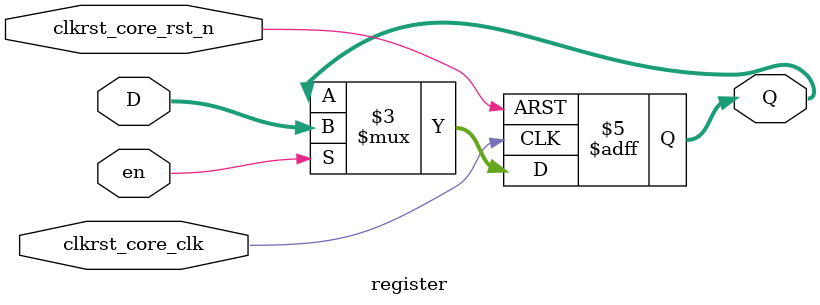
<source format=v>
`timescale 1 ps / 1 ps

module register(/*AUTOARG*/
   // Outputs
   Q,
   // Inputs
   D, en, clkrst_core_clk, clkrst_core_rst_n
   );
  parameter WIDTH = 8;
  parameter RESET_VAL = 8'd0;
  input [WIDTH-1:0] D;
  output reg [WIDTH-1:0] Q;
  input en;
  input clkrst_core_clk, clkrst_core_rst_n;

  always @(posedge clkrst_core_clk, negedge clkrst_core_rst_n) begin
    if(~clkrst_core_rst_n) begin
      Q <= RESET_VAL;
    end
    else if(en) begin
      Q <= D;
    end
  end
endmodule

</source>
